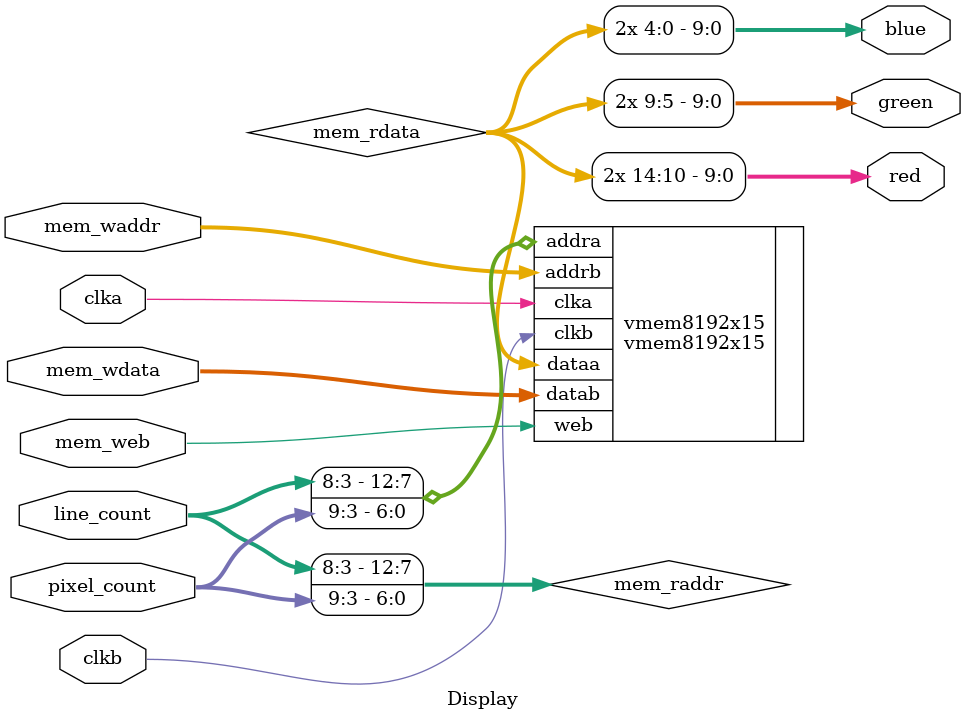
<source format=v>
module Display
(
  input       clka,
  input       clkb,

  input [9:0] pixel_count,  // V_count
  input [9:0] line_count,   // H_count

  input [12:0] mem_waddr, 
  input [14:0] mem_wdata, 
  input        mem_web, 
 
  output [9:0] red,
  output [9:0] green,
  output [9:0] blue
);

wire [14:0] mem_rdata;
wire [12:0] mem_raddr;

assign mem_raddr = {line_count[8:3], pixel_count[9:3]};

vmem8192x15 vmem8192x15 (
   .clka  (clka),
   .addra (mem_raddr),
   .dataa (mem_rdata),
   .clkb  (clkb),
   .addrb (mem_waddr),
   .datab (mem_wdata),
   .web   (mem_web)
   );

assign red   = {mem_rdata[14:10], mem_rdata[14:10]};
assign green = {mem_rdata[9:5], mem_rdata[9:5]};
assign blue  = {mem_rdata[4:0], mem_rdata[4:0]};

endmodule


</source>
